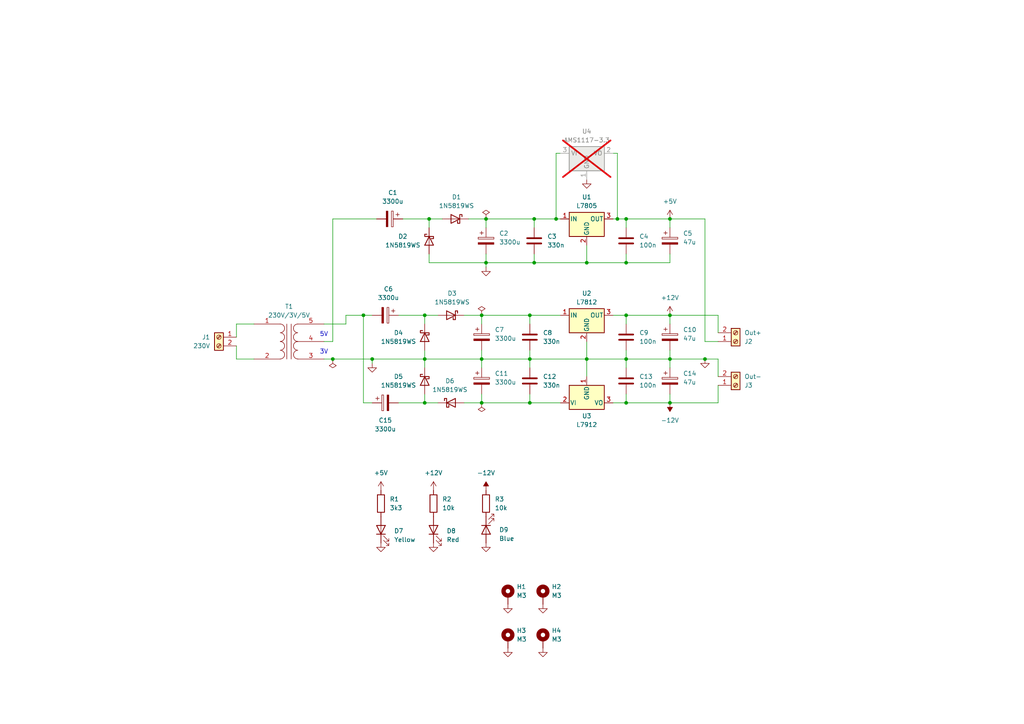
<source format=kicad_sch>
(kicad_sch (version 20230121) (generator eeschema)
  (paper "A4")
  (title_block (title "Simple Power Supply") (date "2023-12-21") (rev "1.0") (company "S59MZ"))
  (lib_symbols
    (symbol "Connector:Screw_Terminal_01x02" (pin_names (offset 1.016) hide)
      (property "Reference" "J" (at 0 2.54 0))
      (property "Value" "Screw_Terminal_01x02" (at 0 -5.08 0))
      (symbol "Screw_Terminal_01x02_1_1"
        (rectangle (start -1.27 1.27) (end 1.27 -3.81) (stroke (width 0.254)) (fill (type background)))
        (circle (center 0 -2.54) (radius 0.635) (stroke (width 0.1524)))
        (polyline (pts (xy -0.5334 -2.2098) (xy 0.3302 -3.048)) (stroke (width 0.1524)))
        (polyline (pts (xy -0.5334 0.3302) (xy 0.3302 -0.508)) (stroke (width 0.1524)))
        (polyline (pts (xy -0.3556 -2.032) (xy 0.508 -2.8702)) (stroke (width 0.1524)))
        (polyline (pts (xy -0.3556 0.508) (xy 0.508 -0.3302)) (stroke (width 0.1524)))
        (circle (center 0 0) (radius 0.635) (stroke (width 0.1524)))
        (pin passive line (at -5.08 0 0) (length 3.81) (name "Pin_1") (number "1"))
        (pin passive line (at -5.08 -2.54 0) (length 3.81) (name "Pin_2") (number "2"))
      )
    )
    (symbol "Device:C" (pin_numbers hide) (pin_names (offset 0.254))
      (property "Reference" "C" (at 0.635 2.54 0))
      (property "Value" "C" (at 0.635 -2.54 0))
      (symbol "C_0_1"
        (polyline (pts (xy -2.032 -0.762) (xy 2.032 -0.762)) (stroke (width 0.508)))
        (polyline (pts (xy -2.032 0.762) (xy 2.032 0.762)) (stroke (width 0.508)))
      )
      (symbol "C_1_1"
        (pin passive line (at 0 3.81 270) (length 2.794) (name "~") (number "1"))
        (pin passive line (at 0 -3.81 90) (length 2.794) (name "~") (number "2"))
      )
    )
    (symbol "Device:C_Polarized" (pin_numbers hide) (pin_names (offset 0.254))
      (property "Reference" "C" (at 0.635 2.54 0))
      (property "Value" "C_Polarized" (at 0.635 -2.54 0))
      (symbol "C_Polarized_0_1"
        (rectangle (start -2.286 0.508) (end 2.286 1.016))
        (polyline (pts (xy -1.778 2.286) (xy -0.762 2.286)))
        (polyline (pts (xy -1.27 2.794) (xy -1.27 1.778)))
        (rectangle (start 2.286 -0.508) (end -2.286 -1.016) (fill (type outline)))
      )
      (symbol "C_Polarized_1_1"
        (pin passive line (at 0 3.81 270) (length 2.794) (name "~") (number "1"))
        (pin passive line (at 0 -3.81 90) (length 2.794) (name "~") (number "2"))
      )
    )
    (symbol "Device:LED" (pin_numbers hide) (pin_names (offset 1.016) hide)
      (property "Reference" "D" (at 0 2.54 0))
      (property "Value" "LED" (at 0 -2.54 0))
      (symbol "LED_0_1"
        (polyline (pts (xy -1.27 -1.27) (xy -1.27 1.27)) (stroke (width 0.254)))
        (polyline (pts (xy -1.27 0) (xy 1.27 0)))
        (polyline (pts (xy 1.27 -1.27) (xy 1.27 1.27) (xy -1.27 0) (xy 1.27 -1.27)) (stroke (width 0.254)))
        (polyline (pts (xy -3.048 -0.762) (xy -4.572 -2.286) (xy -3.81 -2.286) (xy -4.572 -2.286) (xy -4.572 -1.524)))
        (polyline (pts (xy -1.778 -0.762) (xy -3.302 -2.286) (xy -2.54 -2.286) (xy -3.302 -2.286) (xy -3.302 -1.524)))
      )
      (symbol "LED_1_1"
        (pin passive line (at -3.81 0 0) (length 2.54) (name "K") (number "1"))
        (pin passive line (at 3.81 0 180) (length 2.54) (name "A") (number "2"))
      )
    )
    (symbol "Device:R" (pin_numbers hide) (pin_names (offset 0))
      (property "Reference" "R" (at 2.032 0 90))
      (property "Value" "R" (at 0 0 90))
      (symbol "R_0_1"
        (rectangle (start -1.016 -2.54) (end 1.016 2.54) (stroke (width 0.254)))
      )
      (symbol "R_1_1"
        (pin passive line (at 0 3.81 270) (length 1.27) (name "~") (number "1"))
        (pin passive line (at 0 -3.81 90) (length 1.27) (name "~") (number "2"))
      )
    )
    (symbol "Device:Transformer_1P_SS" (pin_names (offset 1.016) hide)
      (property "Reference" "T" (at 0 6.35 0))
      (property "Value" "Transformer_1P_SS" (at 0 -7.62 0))
      (symbol "Transformer_1P_SS_0_1"
        (arc (start -2.54 -5.0546) (mid -1.6599 -4.6901) (end -1.27 -3.81))
        (arc (start -2.54 -2.5146) (mid -1.6599 -2.1501) (end -1.27 -1.27))
        (arc (start -2.54 0.0254) (mid -1.6599 0.3899) (end -1.27 1.27))
        (arc (start -2.54 2.5654) (mid -1.6599 2.9299) (end -1.27 3.81))
        (arc (start -1.27 -3.81) (mid -1.642 -2.912) (end -2.54 -2.54))
        (arc (start -1.27 -1.27) (mid -1.642 -0.372) (end -2.54 0))
        (arc (start -1.27 1.27) (mid -1.642 2.168) (end -2.54 2.54))
        (arc (start -1.27 3.81) (mid -1.642 4.708) (end -2.54 5.08))
        (polyline (pts (xy -0.635 5.08) (xy -0.635 -5.08)))
        (polyline (pts (xy 0.635 -5.08) (xy 0.635 5.08)))
        (arc (start 1.2954 -1.27) (mid 1.6599 -2.1501) (end 2.54 -2.5146))
        (arc (start 1.2954 1.27) (mid 1.6599 0.3899) (end 2.54 0.0254))
        (arc (start 1.2954 3.81) (mid 1.6599 2.9299) (end 2.54 2.5654))
        (arc (start 1.3208 -3.81) (mid 1.6853 -4.6901) (end 2.5654 -5.0546))
        (arc (start 2.54 0) (mid 1.642 -0.372) (end 1.2954 -1.27))
        (arc (start 2.54 2.54) (mid 1.642 2.168) (end 1.2954 1.27))
        (arc (start 2.54 5.08) (mid 1.642 4.708) (end 1.2954 3.81))
        (arc (start 2.5654 -2.54) (mid 1.6674 -2.912) (end 1.3208 -3.81))
      )
      (symbol "Transformer_1P_SS_1_1"
        (pin passive line (at -10.16 5.08 0) (length 7.62) (name "AA") (number "1"))
        (pin passive line (at -10.16 -5.08 0) (length 7.62) (name "AB") (number "2"))
        (pin passive line (at 10.16 -5.08 180) (length 7.62) (name "SA") (number "3"))
        (pin passive line (at 10.16 0 180) (length 7.62) (name "SC") (number "4"))
        (pin passive line (at 10.16 5.08 180) (length 7.62) (name "SB") (number "5"))
      )
    )
    (symbol "Diode:1N5819WS" (pin_numbers hide) (pin_names (offset 1.016) hide)
      (property "Reference" "D" (at 0 2.54 0))
      (property "Value" "1N5819WS" (at 0 -2.54 0))
      (symbol "1N5819WS_0_1"
        (polyline (pts (xy 1.27 0) (xy -1.27 0)))
        (polyline (pts (xy 1.27 1.27) (xy 1.27 -1.27) (xy -1.27 0) (xy 1.27 1.27)) (stroke (width 0.254)))
        (polyline (pts (xy -1.905 0.635) (xy -1.905 1.27) (xy -1.27 1.27) (xy -1.27 -1.27) (xy -0.635 -1.27) (xy -0.635 -0.635)) (stroke (width 0.254)))
      )
      (symbol "1N5819WS_1_1"
        (pin passive line (at -3.81 0 0) (length 2.54) (name "K") (number "1"))
        (pin passive line (at 3.81 0 180) (length 2.54) (name "A") (number "2"))
      )
    )
    (symbol "Mechanical:MountingHole_Pad" (pin_numbers hide) (pin_names (offset 1.016) hide)
      (property "Reference" "H" (at 0 6.35 0))
      (property "Value" "MountingHole_Pad" (at 0 4.445 0))
      (symbol "MountingHole_Pad_0_1"
        (circle (center 0 1.27) (radius 1.27) (stroke (width 1.27)))
      )
      (symbol "MountingHole_Pad_1_1"
        (pin input line (at 0 -2.54 90) (length 2.54) (name "1") (number "1"))
      )
    )
    (symbol "Regulator_Linear:AMS1117-3.3"
      (property "Reference" "U" (at -3.81 3.175 0))
      (property "Value" "AMS1117-3.3" (at 0 3.175 0))
      (symbol "AMS1117-3.3_0_1"
        (rectangle (start -5.08 -5.08) (end 5.08 1.905) (stroke (width 0.254)) (fill (type background)))
      )
      (symbol "AMS1117-3.3_1_1"
        (pin power_in line (at 0 -7.62 90) (length 2.54) (name "GND") (number "1"))
        (pin power_out line (at 7.62 0 180) (length 2.54) (name "VO") (number "2"))
        (pin power_in line (at -7.62 0 0) (length 2.54) (name "VI") (number "3"))
      )
    )
    (symbol "Regulator_Linear:L7805" (pin_names (offset 0.254))
      (property "Reference" "U" (at -3.81 3.175 0))
      (property "Value" "L7805" (at 0 3.175 0))
      (symbol "L7805_0_1"
        (rectangle (start -5.08 1.905) (end 5.08 -5.08) (stroke (width 0.254)) (fill (type background)))
      )
      (symbol "L7805_1_1"
        (pin power_in line (at -7.62 0 0) (length 2.54) (name "IN") (number "1"))
        (pin power_in line (at 0 -7.62 90) (length 2.54) (name "GND") (number "2"))
        (pin power_out line (at 7.62 0 180) (length 2.54) (name "OUT") (number "3"))
      )
    )
    (symbol "Regulator_Linear:L7812" (pin_names (offset 0.254))
      (property "Reference" "U" (at -3.81 3.175 0))
      (property "Value" "L7812" (at 0 3.175 0))
      (symbol "L7812_0_1"
        (rectangle (start -5.08 1.905) (end 5.08 -5.08) (stroke (width 0.254)) (fill (type background)))
      )
      (symbol "L7812_1_1"
        (pin power_in line (at -7.62 0 0) (length 2.54) (name "IN") (number "1"))
        (pin power_in line (at 0 -7.62 90) (length 2.54) (name "GND") (number "2"))
        (pin power_out line (at 7.62 0 180) (length 2.54) (name "OUT") (number "3"))
      )
    )
    (symbol "Regulator_Linear:L7912" (pin_names (offset 0.254))
      (property "Reference" "U" (at -3.81 -3.175 0))
      (property "Value" "L7912" (at 0 -3.175 0))
      (symbol "L7912_0_1"
        (rectangle (start -5.08 5.08) (end 5.08 -1.905) (stroke (width 0.254)) (fill (type background)))
      )
      (symbol "L7912_1_1"
        (pin power_in line (at 0 7.62 270) (length 2.54) (name "GND") (number "1"))
        (pin power_in line (at -7.62 0 0) (length 2.54) (name "VI") (number "2"))
        (pin power_out line (at 7.62 0 180) (length 2.54) (name "VO") (number "3"))
      )
    )
    (symbol "power:+12V" (power) (pin_names (offset 0))
      (property "Value" "+12V" (at 0 3.556 0))
      (symbol "+12V_0_1"
        (polyline (pts (xy -0.762 1.27) (xy 0 2.54)))
        (polyline (pts (xy 0 0) (xy 0 2.54)))
        (polyline (pts (xy 0 2.54) (xy 0.762 1.27)))
      )
      (symbol "+12V_1_1"
        (pin power_in line (at 0 0 90) (length 0) hide (name "+12V") (number "1"))
      )
    )
    (symbol "power:+5V" (power) (pin_names (offset 0))
      (property "Value" "+5V" (at 0 3.556 0))
      (symbol "+5V_0_1"
        (polyline (pts (xy -0.762 1.27) (xy 0 2.54)))
        (polyline (pts (xy 0 0) (xy 0 2.54)))
        (polyline (pts (xy 0 2.54) (xy 0.762 1.27)))
      )
      (symbol "+5V_1_1"
        (pin power_in line (at 0 0 90) (length 0) hide (name "+5V") (number "1"))
      )
    )
    (symbol "power:-12V" (power) (pin_names (offset 0))
      (property "Value" "-12V" (at 0 3.81 0))
      (symbol "-12V_0_0"
        (pin power_in line (at 0 0 90) (length 0) hide (name "-12V") (number "1"))
      )
      (symbol "-12V_0_1"
        (polyline (pts (xy 0 0) (xy 0 1.27) (xy 0.762 1.27) (xy 0 2.54) (xy -0.762 1.27) (xy 0 1.27)) (fill (type outline)))
      )
    )
    (symbol "power:GND" (power) (pin_names (offset 0))
      (property "Value" "GND" (at 0 -3.81 0))
      (symbol "GND_0_1"
        (polyline (pts (xy 0 0) (xy 0 -1.27) (xy 1.27 -1.27) (xy 0 -2.54) (xy -1.27 -1.27) (xy 0 -1.27)))
      )
      (symbol "GND_1_1"
        (pin power_in line (at 0 0 270) (length 0) hide (name "GND") (number "1"))
      )
    )
    (symbol "power:PWR_FLAG" (power) (pin_numbers hide) (pin_names (offset 0) hide)
      (property "Value" "PWR_FLAG" (at 0 3.81 0))
      (symbol "PWR_FLAG_0_0"
        (pin power_out line (at 0 0 90) (length 0) (name "pwr") (number "1"))
      )
      (symbol "PWR_FLAG_0_1"
        (polyline (pts (xy 0 0) (xy 0 1.27) (xy -1.016 1.905) (xy 0 2.54) (xy 1.016 1.905) (xy 0 1.27)))
      )
    )
  )
  (junction (at 194.31 63.5))
  (junction (at 96.52 104.14))
  (junction (at 139.7 104.14))
  (junction (at 154.94 63.5))
  (junction (at 181.61 116.84))
  (junction (at 123.19 116.84))
  (junction (at 153.67 91.44))
  (junction (at 139.7 116.84))
  (junction (at 123.19 104.14))
  (junction (at 181.61 91.44))
  (junction (at 140.97 76.2))
  (junction (at 181.61 104.14))
  (junction (at 194.31 104.14))
  (junction (at 154.94 76.2))
  (junction (at 161.29 63.5))
  (junction (at 170.18 76.2))
  (junction (at 181.61 76.2))
  (junction (at 139.7 91.44))
  (junction (at 123.19 91.44))
  (junction (at 153.67 116.84))
  (junction (at 124.46 63.5))
  (junction (at 179.07 63.5))
  (junction (at 153.67 104.14))
  (junction (at 105.41 91.44))
  (junction (at 181.61 63.5))
  (junction (at 204.47 104.14))
  (junction (at 140.97 63.5))
  (junction (at 194.31 116.84))
  (junction (at 194.31 91.44))
  (junction (at 170.18 104.14))
  (junction (at 107.95 104.14))
  (wire (pts (xy 204.47 99.06) (xy 204.47 63.5)))
  (wire (pts (xy 68.58 100.33) (xy 68.58 104.14)))
  (wire (pts (xy 153.67 101.6) (xy 153.67 104.14)))
  (wire (pts (xy 115.57 91.44) (xy 123.19 91.44)))
  (wire (pts (xy 107.95 104.14) (xy 107.95 105.41)))
  (wire (pts (xy 154.94 73.66) (xy 154.94 76.2)))
  (wire (pts (xy 123.19 101.6) (xy 123.19 104.14)))
  (wire (pts (xy 194.31 91.44) (xy 208.28 91.44)))
  (wire (pts (xy 93.98 104.14) (xy 96.52 104.14)))
  (wire (pts (xy 181.61 116.84) (xy 194.31 116.84)))
  (wire (pts (xy 153.67 104.14) (xy 153.67 106.68)))
  (wire (pts (xy 177.8 91.44) (xy 181.61 91.44)))
  (wire (pts (xy 181.61 104.14) (xy 194.31 104.14)))
  (wire (pts (xy 93.98 99.06) (xy 96.52 99.06)))
  (wire (pts (xy 208.28 99.06) (xy 204.47 99.06)))
  (wire (pts (xy 194.31 116.84) (xy 194.31 114.3)))
  (wire (pts (xy 124.46 63.5) (xy 124.46 66.04)))
  (wire (pts (xy 153.67 91.44) (xy 153.67 93.98)))
  (wire (pts (xy 181.61 63.5) (xy 194.31 63.5)))
  (wire (pts (xy 194.31 91.44) (xy 194.31 93.98)))
  (wire (pts (xy 100.33 91.44) (xy 105.41 91.44)))
  (wire (pts (xy 124.46 63.5) (xy 128.27 63.5)))
  (wire (pts (xy 116.84 63.5) (xy 124.46 63.5)))
  (wire (pts (xy 208.28 109.22) (xy 208.28 104.14)))
  (wire (pts (xy 194.31 101.6) (xy 194.31 104.14)))
  (wire (pts (xy 181.61 76.2) (xy 194.31 76.2)))
  (wire (pts (xy 154.94 63.5) (xy 154.94 66.04)))
  (wire (pts (xy 140.97 76.2) (xy 154.94 76.2)))
  (wire (pts (xy 181.61 114.3) (xy 181.61 116.84)))
  (wire (pts (xy 208.28 96.52) (xy 208.28 91.44)))
  (wire (pts (xy 181.61 104.14) (xy 181.61 106.68)))
  (wire (pts (xy 153.67 116.84) (xy 162.56 116.84)))
  (wire (pts (xy 154.94 63.5) (xy 161.29 63.5)))
  (wire (pts (xy 170.18 76.2) (xy 154.94 76.2)))
  (wire (pts (xy 123.19 114.3) (xy 123.19 116.84)))
  (wire (pts (xy 123.19 91.44) (xy 123.19 93.98)))
  (wire (pts (xy 161.29 44.45) (xy 161.29 63.5)))
  (wire (pts (xy 194.31 116.84) (xy 208.28 116.84)))
  (wire (pts (xy 93.98 93.98) (xy 100.33 93.98)))
  (wire (pts (xy 170.18 104.14) (xy 181.61 104.14)))
  (wire (pts (xy 107.95 104.14) (xy 123.19 104.14)))
  (wire (pts (xy 139.7 91.44) (xy 153.67 91.44)))
  (wire (pts (xy 140.97 76.2) (xy 140.97 77.47)))
  (wire (pts (xy 134.62 91.44) (xy 139.7 91.44)))
  (wire (pts (xy 181.61 73.66) (xy 181.61 76.2)))
  (wire (pts (xy 139.7 101.6) (xy 139.7 104.14)))
  (wire (pts (xy 96.52 99.06) (xy 96.52 63.5)))
  (wire (pts (xy 153.67 114.3) (xy 153.67 116.84)))
  (wire (pts (xy 177.8 44.45) (xy 179.07 44.45)))
  (wire (pts (xy 162.56 44.45) (xy 161.29 44.45)))
  (wire (pts (xy 68.58 104.14) (xy 73.66 104.14)))
  (wire (pts (xy 194.31 63.5) (xy 194.31 66.04)))
  (wire (pts (xy 181.61 91.44) (xy 194.31 91.44)))
  (wire (pts (xy 68.58 97.79) (xy 68.58 93.98)))
  (wire (pts (xy 123.19 104.14) (xy 139.7 104.14)))
  (wire (pts (xy 170.18 104.14) (xy 170.18 109.22)))
  (wire (pts (xy 68.58 93.98) (xy 73.66 93.98)))
  (wire (pts (xy 153.67 91.44) (xy 162.56 91.44)))
  (wire (pts (xy 194.31 106.68) (xy 194.31 104.14)))
  (wire (pts (xy 123.19 104.14) (xy 123.19 106.68)))
  (wire (pts (xy 139.7 116.84) (xy 134.62 116.84)))
  (wire (pts (xy 161.29 63.5) (xy 162.56 63.5)))
  (wire (pts (xy 135.89 63.5) (xy 140.97 63.5)))
  (wire (pts (xy 140.97 63.5) (xy 154.94 63.5)))
  (wire (pts (xy 124.46 76.2) (xy 140.97 76.2)))
  (wire (pts (xy 153.67 104.14) (xy 170.18 104.14)))
  (wire (pts (xy 194.31 73.66) (xy 194.31 76.2)))
  (wire (pts (xy 204.47 104.14) (xy 208.28 104.14)))
  (wire (pts (xy 140.97 73.66) (xy 140.97 76.2)))
  (wire (pts (xy 105.41 91.44) (xy 107.95 91.44)))
  (wire (pts (xy 139.7 114.3) (xy 139.7 116.84)))
  (wire (pts (xy 170.18 71.12) (xy 170.18 76.2)))
  (wire (pts (xy 139.7 104.14) (xy 153.67 104.14)))
  (wire (pts (xy 100.33 93.98) (xy 100.33 91.44)))
  (wire (pts (xy 181.61 63.5) (xy 181.61 66.04)))
  (wire (pts (xy 96.52 104.14) (xy 107.95 104.14)))
  (wire (pts (xy 123.19 116.84) (xy 115.57 116.84)))
  (wire (pts (xy 170.18 99.06) (xy 170.18 104.14)))
  (wire (pts (xy 179.07 44.45) (xy 179.07 63.5)))
  (wire (pts (xy 124.46 73.66) (xy 124.46 76.2)))
  (wire (pts (xy 204.47 63.5) (xy 194.31 63.5)))
  (wire (pts (xy 96.52 63.5) (xy 109.22 63.5)))
  (wire (pts (xy 123.19 91.44) (xy 127 91.44)))
  (wire (pts (xy 194.31 104.14) (xy 204.47 104.14)))
  (wire (pts (xy 208.28 111.76) (xy 208.28 116.84)))
  (wire (pts (xy 140.97 63.5) (xy 140.97 66.04)))
  (wire (pts (xy 127 116.84) (xy 123.19 116.84)))
  (wire (pts (xy 105.41 116.84) (xy 105.41 91.44)))
  (wire (pts (xy 170.18 76.2) (xy 181.61 76.2)))
  (wire (pts (xy 177.8 116.84) (xy 181.61 116.84)))
  (wire (pts (xy 177.8 63.5) (xy 179.07 63.5)))
  (wire (pts (xy 139.7 116.84) (xy 153.67 116.84)))
  (wire (pts (xy 181.61 101.6) (xy 181.61 104.14)))
  (wire (pts (xy 107.95 116.84) (xy 105.41 116.84)))
  (wire (pts (xy 139.7 91.44) (xy 139.7 93.98)))
  (wire (pts (xy 139.7 104.14) (xy 139.7 106.68)))
  (wire (pts (xy 179.07 63.5) (xy 181.61 63.5)))
  (wire (pts (xy 181.61 91.44) (xy 181.61 93.98)))
  (text "5V" (at 92.71 97.79 0) (effects (font (size 1.27 1.27)) (justify left bottom)))
  (text "3V" (at 92.71 102.87 0) (effects (font (size 1.27 1.27)) (justify left bottom)))
  (symbol (lib_id "Device:C_Polarized") (at 111.76 116.84 90) (mirror x) (unit 1)
    (property "Reference" "C15" (at 111.76 121.92 90))
    (property "Value" "3300u" (at 111.76 124.46 90))
    (property "Footprint" "Library:CP_Radial_D16.0mm_P7.50mm" (effects hide))
  )
  (symbol (lib_id "Device:LED") (at 110.49 153.67 90) (unit 1)
    (property "Reference" "D7" (at 114.3 153.9875 90) (effects (justify right)))
    (property "Value" "Yellow" (at 114.3 156.5275 90) (effects (justify right)))
    (property "Footprint" "LED_SMD:LED_0603_1608Metric_Pad1.05x0.95mm_HandSolder" (effects hide))
  )
  (symbol (lib_id "power:+5V") (at 110.49 142.24 0) (unit 1)
    (property "Reference" "#PWR012" (effects hide))
    (property "Value" "+5V" (at 110.49 137.16 0))
  )
  (symbol (lib_id "Device:C_Polarized") (at 111.76 91.44 270) (unit 1)
    (property "Reference" "C6" (at 112.649 83.82 90))
    (property "Value" "3300u" (at 112.649 86.36 90))
    (property "Footprint" "Library:CP_Radial_D16.0mm_P7.50mm" (effects hide))
  )
  (symbol (lib_id "Diode:1N5819WS") (at 132.08 63.5 0) (mirror y) (unit 1)
    (property "Reference" "D1" (at 132.3975 57.15 0))
    (property "Value" "1N5819WS" (at 132.3975 59.69 0))
    (property "Footprint" "Diode_SMD:D_SOD-123" (effects hide))
    (property "Datasheet" "https://datasheet.lcsc.com/lcsc/2204281430_Guangdong-Hottech-1N5819WS_C191023.pdf" (effects hide))
  )
  (symbol (lib_id "Regulator_Linear:L7912") (at 170.18 116.84 0) (unit 1)
    (property "Reference" "U3" (at 170.18 120.65 0))
    (property "Value" "L7912" (at 170.18 123.19 0))
    (property "Footprint" "Library:TO-220-3_Horizontal_TabDown" (effects hide))
    (property "Datasheet" "http://www.st.com/content/ccc/resource/technical/document/datasheet/c9/16/86/41/c7/2b/45/f2/CD00000450.pdf/files/CD00000450.pdf/jcr:content/translations/en.CD00000450.pdf" (effects hide))
  )
  (symbol (lib_id "power:-12V") (at 140.97 142.24 0) (unit 1)
    (property "Reference" "#PWR016" (effects hide))
    (property "Value" "-12V" (at 140.97 137.16 0))
  )
  (symbol (lib_id "power:PWR_FLAG") (at 139.7 91.44 0) (unit 1)
    (property "Reference" "#FLG02" (effects hide))
    (property "Value" "PWR_FLAG" (effects hide))
  )
  (symbol (lib_id "Device:C_Polarized") (at 194.31 69.85 0) (unit 1)
    (property "Reference" "C5" (at 198.12 67.691 0) (effects (justify left)))
    (property "Value" "47u" (at 198.12 70.231 0) (effects (justify left)))
    (property "Footprint" "Capacitor_THT:CP_Radial_D5.0mm_P2.50mm" (effects hide))
  )
  (symbol (lib_id "power:GND") (at 170.18 52.07 0) (unit 1)
    (property "Reference" "#PWR07" (effects hide))
    (property "Value" "GND" (effects hide))
  )
  (symbol (lib_id "Device:C_Polarized") (at 194.31 110.49 0) (unit 1)
    (property "Reference" "C14" (at 198.12 108.331 0) (effects (justify left)))
    (property "Value" "47u" (at 198.12 110.871 0) (effects (justify left)))
    (property "Footprint" "Capacitor_THT:CP_Radial_D5.0mm_P2.50mm" (effects hide))
  )
  (symbol (lib_id "Diode:1N5819WS") (at 130.81 91.44 0) (mirror y) (unit 1)
    (property "Reference" "D3" (at 131.1275 85.09 0))
    (property "Value" "1N5819WS" (at 131.1275 87.63 0))
    (property "Footprint" "Diode_SMD:D_SOD-123" (effects hide))
    (property "Datasheet" "https://datasheet.lcsc.com/lcsc/2204281430_Guangdong-Hottech-1N5819WS_C191023.pdf" (effects hide))
  )
  (symbol (lib_id "Diode:1N5819WS") (at 130.81 116.84 0) (unit 1)
    (property "Reference" "D6" (at 130.4925 110.49 0))
    (property "Value" "1N5819WS" (at 130.4925 113.03 0))
    (property "Footprint" "Diode_SMD:D_SOD-123" (effects hide))
    (property "Datasheet" "https://datasheet.lcsc.com/lcsc/2204281430_Guangdong-Hottech-1N5819WS_C191023.pdf" (effects hide))
  )
  (symbol (lib_id "power:GND") (at 110.49 157.48 0) (unit 1)
    (property "Reference" "#PWR013" (effects hide))
    (property "Value" "GND" (effects hide))
  )
  (symbol (lib_id "Device:LED") (at 125.73 153.67 90) (unit 1)
    (property "Reference" "D8" (at 129.54 153.9875 90) (effects (justify right)))
    (property "Value" "Red" (at 129.54 156.5275 90) (effects (justify right)))
    (property "Footprint" "LED_SMD:LED_0603_1608Metric_Pad1.05x0.95mm_HandSolder" (effects hide))
  )
  (symbol (lib_id "power:GND") (at 147.32 187.96 0) (unit 1)
    (property "Reference" "#PWR010" (effects hide))
    (property "Value" "GND" (effects hide))
  )
  (symbol (lib_id "Device:C_Polarized") (at 139.7 97.79 0) (unit 1)
    (property "Reference" "C7" (at 143.51 95.631 0) (effects (justify left)))
    (property "Value" "3300u" (at 143.51 98.171 0) (effects (justify left)))
    (property "Footprint" "Library:CP_Radial_D16.0mm_P7.50mm" (effects hide))
  )
  (symbol (lib_id "power:GND") (at 140.97 157.48 0) (unit 1)
    (property "Reference" "#PWR017" (effects hide))
    (property "Value" "GND" (effects hide))
  )
  (symbol (lib_id "Device:C") (at 153.67 110.49 0) (unit 1)
    (property "Reference" "C12" (at 157.48 109.22 0) (effects (justify left)))
    (property "Value" "330n" (at 157.48 111.76 0) (effects (justify left)))
    (property "Footprint" "Capacitor_THT:C_Disc_D5.0mm_W2.5mm_P5.00mm" (effects hide))
  )
  (symbol (lib_id "Device:C_Polarized") (at 139.7 110.49 0) (unit 1)
    (property "Reference" "C11" (at 143.51 108.331 0) (effects (justify left)))
    (property "Value" "3300u" (at 143.51 110.871 0) (effects (justify left)))
    (property "Footprint" "Library:CP_Radial_D16.0mm_P7.50mm" (effects hide))
  )
  (symbol (lib_id "Diode:1N5819WS") (at 124.46 69.85 90) (mirror x) (unit 1)
    (property "Reference" "D2" (at 116.84 68.58 90))
    (property "Value" "1N5819WS" (at 116.84 71.12 90))
    (property "Footprint" "Diode_SMD:D_SOD-123" (effects hide))
    (property "Datasheet" "https://datasheet.lcsc.com/lcsc/2204281430_Guangdong-Hottech-1N5819WS_C191023.pdf" (effects hide))
  )
  (symbol (lib_id "power:GND") (at 157.48 175.26 0) (unit 1)
    (property "Reference" "#PWR09" (effects hide))
    (property "Value" "GND" (effects hide))
  )
  (symbol (lib_id "Device:R") (at 110.49 146.05 0) (unit 1)
    (property "Reference" "R1" (at 113.03 144.78 0) (effects (justify left)))
    (property "Value" "3k3" (at 113.03 147.32 0) (effects (justify left)))
    (property "Footprint" "Resistor_SMD:R_0603_1608Metric_Pad0.98x0.95mm_HandSolder" (effects hide))
  )
  (symbol (lib_id "Device:C") (at 153.67 97.79 0) (unit 1)
    (property "Reference" "C8" (at 157.48 96.52 0) (effects (justify left)))
    (property "Value" "330n" (at 157.48 99.06 0) (effects (justify left)))
    (property "Footprint" "Capacitor_THT:C_Disc_D5.0mm_W2.5mm_P5.00mm" (effects hide))
  )
  (symbol (lib_id "power:+12V") (at 194.31 91.44 0) (unit 1)
    (property "Reference" "#PWR03" (effects hide))
    (property "Value" "+12V" (at 194.31 86.36 0))
  )
  (symbol (lib_id "Connector:Screw_Terminal_01x02") (at 213.36 111.76 0) (mirror x) (unit 1)
    (property "Reference" "J3" (at 215.9 111.76 0) (effects (justify left)))
    (property "Value" "Out-" (at 215.9 109.22 0) (effects (justify left)))
    (property "Footprint" "Library:TerminalBlock_bornier-2_P5.08mm" (effects hide))
  )
  (symbol (lib_id "power:GND") (at 107.95 105.41 0) (unit 1)
    (property "Reference" "#PWR02" (effects hide))
    (property "Value" "GND" (effects hide))
  )
  (symbol (lib_id "power:+12V") (at 125.73 142.24 0) (unit 1)
    (property "Reference" "#PWR014" (effects hide))
    (property "Value" "+12V" (at 125.73 137.16 0))
  )
  (symbol (lib_id "power:PWR_FLAG") (at 139.7 116.84 0) (mirror x) (unit 1)
    (property "Reference" "#FLG03" (effects hide))
    (property "Value" "PWR_FLAG" (effects hide))
  )
  (symbol (lib_id "power:GND") (at 204.47 104.14 0) (unit 1)
    (property "Reference" "#PWR06" (effects hide))
    (property "Value" "GND" (effects hide))
  )
  (symbol (lib_id "power:+5V") (at 194.31 63.5 0) (unit 1)
    (property "Reference" "#PWR05" (effects hide))
    (property "Value" "+5V" (at 194.31 58.42 0))
  )
  (symbol (lib_id "power:GND") (at 140.97 77.47 0) (unit 1)
    (property "Reference" "#PWR01" (effects hide))
    (property "Value" "GND" (effects hide))
  )
  (symbol (lib_id "Device:Transformer_1P_SS") (at 83.82 99.06 0) (unit 1)
    (property "Reference" "T1" (at 83.8327 88.9 0))
    (property "Value" "230V/3V/5V" (at 83.8327 91.44 0))
    (property "Footprint" "Library:Transformer_43x43" (effects hide))
  )
  (symbol (lib_id "power:GND") (at 147.32 175.26 0) (unit 1)
    (property "Reference" "#PWR08" (effects hide))
    (property "Value" "GND" (effects hide))
  )
  (symbol (lib_id "Device:C") (at 181.61 69.85 0) (unit 1)
    (property "Reference" "C4" (at 185.42 68.58 0) (effects (justify left)))
    (property "Value" "100n" (at 185.42 71.12 0) (effects (justify left)))
    (property "Footprint" "Capacitor_THT:C_Disc_D5.0mm_W2.5mm_P5.00mm" (effects hide))
  )
  (symbol (lib_id "Device:R") (at 125.73 146.05 0) (unit 1)
    (property "Reference" "R2" (at 128.27 144.78 0) (effects (justify left)))
    (property "Value" "10k" (at 128.27 147.32 0) (effects (justify left)))
    (property "Footprint" "Resistor_SMD:R_0603_1608Metric_Pad0.98x0.95mm_HandSolder" (effects hide))
  )
  (symbol (lib_id "Regulator_Linear:L7812") (at 170.18 91.44 0) (unit 1)
    (property "Reference" "U2" (at 170.18 85.09 0))
    (property "Value" "L7812" (at 170.18 87.63 0))
    (property "Footprint" "Library:TO-220-3_Horizontal_TabGND" (effects hide))
    (property "Datasheet" "http://www.st.com/content/ccc/resource/technical/document/datasheet/41/4f/b3/b0/12/d4/47/88/CD00000444.pdf/files/CD00000444.pdf/jcr:content/translations/en.CD00000444.pdf" (effects hide))
  )
  (symbol (lib_id "power:PWR_FLAG") (at 140.97 63.5 0) (unit 1)
    (property "Reference" "#FLG01" (effects hide))
    (property "Value" "PWR_FLAG" (effects hide))
  )
  (symbol (lib_id "Device:C_Polarized") (at 140.97 69.85 0) (unit 1)
    (property "Reference" "C2" (at 144.78 67.691 0) (effects (justify left)))
    (property "Value" "3300u" (at 144.78 70.231 0) (effects (justify left)))
    (property "Footprint" "Library:CP_Radial_D16.0mm_P7.50mm" (effects hide))
  )
  (symbol (lib_id "Device:C") (at 181.61 97.79 0) (unit 1)
    (property "Reference" "C9" (at 185.42 96.52 0) (effects (justify left)))
    (property "Value" "100n" (at 185.42 99.06 0) (effects (justify left)))
    (property "Footprint" "Capacitor_THT:C_Disc_D5.0mm_W2.5mm_P5.00mm" (effects hide))
  )
  (symbol (lib_id "Device:C_Polarized") (at 113.03 63.5 270) (unit 1)
    (property "Reference" "C1" (at 113.919 55.88 90))
    (property "Value" "3300u" (at 113.919 58.42 90))
    (property "Footprint" "Library:CP_Radial_D16.0mm_P7.50mm" (effects hide))
  )
  (symbol (lib_id "Connector:Screw_Terminal_01x02") (at 63.5 97.79 0) (mirror y) (unit 1)
    (property "Reference" "J1" (at 60.96 97.79 0) (effects (justify left)))
    (property "Value" "230V" (at 60.96 100.33 0) (effects (justify left)))
    (property "Footprint" "Library:TerminalBlock_bornier-2_P5.08mm" (effects hide))
  )
  (symbol (lib_id "power:-12V") (at 194.31 116.84 0) (mirror x) (unit 1)
    (property "Reference" "#PWR04" (effects hide))
    (property "Value" "-12V" (at 194.31 121.92 0))
  )
  (symbol (lib_id "Device:R") (at 140.97 146.05 0) (unit 1)
    (property "Reference" "R3" (at 143.51 144.78 0) (effects (justify left)))
    (property "Value" "10k" (at 143.51 147.32 0) (effects (justify left)))
    (property "Footprint" "Resistor_SMD:R_0603_1608Metric_Pad0.98x0.95mm_HandSolder" (effects hide))
  )
  (symbol (lib_id "Diode:1N5819WS") (at 123.19 110.49 90) (mirror x) (unit 1)
    (property "Reference" "D5" (at 115.57 109.22 90))
    (property "Value" "1N5819WS" (at 115.57 111.76 90))
    (property "Footprint" "Diode_SMD:D_SOD-123" (effects hide))
    (property "Datasheet" "https://datasheet.lcsc.com/lcsc/2204281430_Guangdong-Hottech-1N5819WS_C191023.pdf" (effects hide))
  )
  (symbol (lib_id "Mechanical:MountingHole_Pad") (at 157.48 185.42 0) (unit 1)
    (property "Reference" "H4" (at 160.02 182.88 0) (effects (justify left)))
    (property "Value" "M3" (at 160.02 185.42 0) (effects (justify left)))
    (property "Footprint" "MountingHole:MountingHole_3.2mm_M3_Pad" (effects hide))
  )
  (symbol (lib_id "Regulator_Linear:AMS1117-3.3") (at 170.18 44.45 0) (unit 1) (in_bom no) (dnp yes)
    (property "Reference" "U4" (at 170.18 38.1 0))
    (property "Value" "AMS1117-3.3" (at 170.18 40.64 0))
    (property "Footprint" "Package_TO_SOT_SMD:SOT-223-3_TabPin2" (effects hide))
    (property "Datasheet" "http://www.advanced-monolithic.com/pdf/ds1117.pdf" (effects hide))
    (property "Sim.Enable" "0" (effects hide))
  )
  (symbol (lib_id "Mechanical:MountingHole_Pad") (at 147.32 185.42 0) (unit 1)
    (property "Reference" "H3" (at 149.86 182.88 0) (effects (justify left)))
    (property "Value" "M3" (at 149.86 185.42 0) (effects (justify left)))
    (property "Footprint" "MountingHole:MountingHole_3.2mm_M3_Pad" (effects hide))
  )
  (symbol (lib_id "Device:LED") (at 140.97 153.67 90) (mirror x) (unit 1)
    (property "Reference" "D9" (at 144.78 153.67 90) (effects (justify right)))
    (property "Value" "Blue" (at 144.78 156.21 90) (effects (justify right)))
    (property "Footprint" "LED_SMD:LED_0603_1608Metric_Pad1.05x0.95mm_HandSolder" (effects hide))
  )
  (symbol (lib_id "power:PWR_FLAG") (at 96.52 104.14 0) (mirror x) (unit 1)
    (property "Reference" "#FLG04" (effects hide))
    (property "Value" "PWR_FLAG" (effects hide))
  )
  (symbol (lib_id "Device:C_Polarized") (at 194.31 97.79 0) (unit 1)
    (property "Reference" "C10" (at 198.12 95.631 0) (effects (justify left)))
    (property "Value" "47u" (at 198.12 98.171 0) (effects (justify left)))
    (property "Footprint" "Capacitor_THT:CP_Radial_D5.0mm_P2.50mm" (effects hide))
  )
  (symbol (lib_id "Diode:1N5819WS") (at 123.19 97.79 90) (mirror x) (unit 1)
    (property "Reference" "D4" (at 115.57 96.52 90))
    (property "Value" "1N5819WS" (at 115.57 99.06 90))
    (property "Footprint" "Diode_SMD:D_SOD-123" (effects hide))
    (property "Datasheet" "https://datasheet.lcsc.com/lcsc/2204281430_Guangdong-Hottech-1N5819WS_C191023.pdf" (effects hide))
  )
  (symbol (lib_id "power:GND") (at 125.73 157.48 0) (unit 1)
    (property "Reference" "#PWR015" (effects hide))
    (property "Value" "GND" (effects hide))
  )
  (symbol (lib_id "Device:C") (at 154.94 69.85 0) (unit 1)
    (property "Reference" "C3" (at 158.75 68.58 0) (effects (justify left)))
    (property "Value" "330n" (at 158.75 71.12 0) (effects (justify left)))
    (property "Footprint" "Capacitor_THT:C_Disc_D5.0mm_W2.5mm_P5.00mm" (effects hide))
  )
  (symbol (lib_id "Device:C") (at 181.61 110.49 0) (unit 1)
    (property "Reference" "C13" (at 185.42 109.22 0) (effects (justify left)))
    (property "Value" "100n" (at 185.42 111.76 0) (effects (justify left)))
    (property "Footprint" "Capacitor_THT:C_Disc_D5.0mm_W2.5mm_P5.00mm" (effects hide))
  )
  (symbol (lib_id "Connector:Screw_Terminal_01x02") (at 213.36 99.06 0) (mirror x) (unit 1)
    (property "Reference" "J2" (at 215.9 99.06 0) (effects (justify left)))
    (property "Value" "Out+" (at 215.9 96.52 0) (effects (justify left)))
    (property "Footprint" "Library:TerminalBlock_bornier-2_P5.08mm" (effects hide))
  )
  (symbol (lib_id "Mechanical:MountingHole_Pad") (at 157.48 172.72 0) (unit 1)
    (property "Reference" "H2" (at 160.02 170.18 0) (effects (justify left)))
    (property "Value" "M3" (at 160.02 172.72 0) (effects (justify left)))
    (property "Footprint" "MountingHole:MountingHole_3.2mm_M3_Pad" (effects hide))
  )
  (symbol (lib_id "power:GND") (at 157.48 187.96 0) (unit 1)
    (property "Reference" "#PWR011" (effects hide))
    (property "Value" "GND" (effects hide))
  )
  (symbol (lib_id "Regulator_Linear:L7805") (at 170.18 63.5 0) (unit 1)
    (property "Reference" "U1" (at 170.18 57.15 0))
    (property "Value" "L7805" (at 170.18 59.69 0))
    (property "Footprint" "Library:TO-220-3_Horizontal_TabGND" (effects hide))
    (property "Datasheet" "http://www.st.com/content/ccc/resource/technical/document/datasheet/41/4f/b3/b0/12/d4/47/88/CD00000444.pdf/files/CD00000444.pdf/jcr:content/translations/en.CD00000444.pdf" (effects hide))
  )
  (symbol (lib_id "Mechanical:MountingHole_Pad") (at 147.32 172.72 0) (unit 1)
    (property "Reference" "H1" (at 149.86 170.18 0) (effects (justify left)))
    (property "Value" "M3" (at 149.86 172.72 0) (effects (justify left)))
    (property "Footprint" "MountingHole:MountingHole_3.2mm_M3_Pad" (effects hide))
  )
)
</source>
